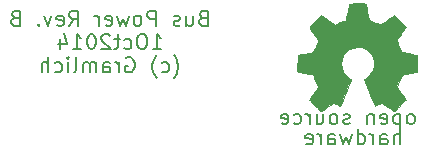
<source format=gbo>
%FSLAX36Y36*%
G04 Gerber Fmt 3.6, Leading zero omitted, Abs format (unit inch)*
G04 Created by KiCad (PCBNEW (2014-jul-16 BZR unknown)-product) date Sun 19 Oct 2014 05:14:07 PM PDT*
%MOIN*%
G01*
G04 APERTURE LIST*
%ADD10C,0.003937*%
%ADD11C,0.008000*%
%ADD12C,0.000100*%
G04 APERTURE END LIST*
D10*
D11*
X4834524Y-4593429D02*
X4827381Y-4595810D01*
X4825000Y-4598190D01*
X4822619Y-4602952D01*
X4822619Y-4610095D01*
X4825000Y-4614857D01*
X4827381Y-4617238D01*
X4832143Y-4619619D01*
X4851190Y-4619619D01*
X4851190Y-4569619D01*
X4834524Y-4569619D01*
X4829762Y-4572000D01*
X4827381Y-4574381D01*
X4825000Y-4579143D01*
X4825000Y-4583905D01*
X4827381Y-4588667D01*
X4829762Y-4591048D01*
X4834524Y-4593429D01*
X4851190Y-4593429D01*
X4779762Y-4586286D02*
X4779762Y-4619619D01*
X4801190Y-4586286D02*
X4801190Y-4612476D01*
X4798809Y-4617238D01*
X4794048Y-4619619D01*
X4786905Y-4619619D01*
X4782143Y-4617238D01*
X4779762Y-4614857D01*
X4758333Y-4617238D02*
X4753571Y-4619619D01*
X4744048Y-4619619D01*
X4739286Y-4617238D01*
X4736905Y-4612476D01*
X4736905Y-4610095D01*
X4739286Y-4605333D01*
X4744048Y-4602952D01*
X4751190Y-4602952D01*
X4755952Y-4600571D01*
X4758333Y-4595810D01*
X4758333Y-4593429D01*
X4755952Y-4588667D01*
X4751190Y-4586286D01*
X4744048Y-4586286D01*
X4739286Y-4588667D01*
X4677381Y-4619619D02*
X4677381Y-4569619D01*
X4658333Y-4569619D01*
X4653571Y-4572000D01*
X4651190Y-4574381D01*
X4648809Y-4579143D01*
X4648809Y-4586286D01*
X4651190Y-4591048D01*
X4653571Y-4593429D01*
X4658333Y-4595810D01*
X4677381Y-4595810D01*
X4620238Y-4619619D02*
X4625000Y-4617238D01*
X4627381Y-4614857D01*
X4629762Y-4610095D01*
X4629762Y-4595810D01*
X4627381Y-4591048D01*
X4625000Y-4588667D01*
X4620238Y-4586286D01*
X4613095Y-4586286D01*
X4608333Y-4588667D01*
X4605952Y-4591048D01*
X4603571Y-4595810D01*
X4603571Y-4610095D01*
X4605952Y-4614857D01*
X4608333Y-4617238D01*
X4613095Y-4619619D01*
X4620238Y-4619619D01*
X4586905Y-4586286D02*
X4577381Y-4619619D01*
X4567857Y-4595810D01*
X4558333Y-4619619D01*
X4548809Y-4586286D01*
X4510714Y-4617238D02*
X4515476Y-4619619D01*
X4525000Y-4619619D01*
X4529762Y-4617238D01*
X4532143Y-4612476D01*
X4532143Y-4593429D01*
X4529762Y-4588667D01*
X4525000Y-4586286D01*
X4515476Y-4586286D01*
X4510714Y-4588667D01*
X4508333Y-4593429D01*
X4508333Y-4598190D01*
X4532143Y-4602952D01*
X4486905Y-4619619D02*
X4486905Y-4586286D01*
X4486905Y-4595810D02*
X4484524Y-4591048D01*
X4482143Y-4588667D01*
X4477381Y-4586286D01*
X4472619Y-4586286D01*
X4389286Y-4619619D02*
X4405952Y-4595810D01*
X4417857Y-4619619D02*
X4417857Y-4569619D01*
X4398810Y-4569619D01*
X4394048Y-4572000D01*
X4391667Y-4574381D01*
X4389286Y-4579143D01*
X4389286Y-4586286D01*
X4391667Y-4591048D01*
X4394048Y-4593429D01*
X4398810Y-4595810D01*
X4417857Y-4595810D01*
X4348810Y-4617238D02*
X4353571Y-4619619D01*
X4363095Y-4619619D01*
X4367857Y-4617238D01*
X4370238Y-4612476D01*
X4370238Y-4593429D01*
X4367857Y-4588667D01*
X4363095Y-4586286D01*
X4353571Y-4586286D01*
X4348810Y-4588667D01*
X4346429Y-4593429D01*
X4346429Y-4598190D01*
X4370238Y-4602952D01*
X4329762Y-4586286D02*
X4317857Y-4619619D01*
X4305952Y-4586286D01*
X4286905Y-4614857D02*
X4284524Y-4617238D01*
X4286905Y-4619619D01*
X4289286Y-4617238D01*
X4286905Y-4614857D01*
X4286905Y-4619619D01*
X4208333Y-4593429D02*
X4201190Y-4595810D01*
X4198810Y-4598190D01*
X4196429Y-4602952D01*
X4196429Y-4610095D01*
X4198810Y-4614857D01*
X4201190Y-4617238D01*
X4205952Y-4619619D01*
X4225000Y-4619619D01*
X4225000Y-4569619D01*
X4208333Y-4569619D01*
X4203571Y-4572000D01*
X4201190Y-4574381D01*
X4198810Y-4579143D01*
X4198810Y-4583905D01*
X4201190Y-4588667D01*
X4203571Y-4591048D01*
X4208333Y-4593429D01*
X4225000Y-4593429D01*
X4667857Y-4697619D02*
X4696429Y-4697619D01*
X4682143Y-4697619D02*
X4682143Y-4647619D01*
X4686905Y-4654762D01*
X4691667Y-4659524D01*
X4696429Y-4661905D01*
X4636905Y-4647619D02*
X4627381Y-4647619D01*
X4622619Y-4650000D01*
X4617857Y-4654762D01*
X4615476Y-4664286D01*
X4615476Y-4680952D01*
X4617857Y-4690476D01*
X4622619Y-4695238D01*
X4627381Y-4697619D01*
X4636905Y-4697619D01*
X4641667Y-4695238D01*
X4646429Y-4690476D01*
X4648809Y-4680952D01*
X4648809Y-4664286D01*
X4646429Y-4654762D01*
X4641667Y-4650000D01*
X4636905Y-4647619D01*
X4572619Y-4695238D02*
X4577381Y-4697619D01*
X4586905Y-4697619D01*
X4591667Y-4695238D01*
X4594048Y-4692857D01*
X4596429Y-4688095D01*
X4596429Y-4673810D01*
X4594048Y-4669048D01*
X4591667Y-4666667D01*
X4586905Y-4664286D01*
X4577381Y-4664286D01*
X4572619Y-4666667D01*
X4558333Y-4664286D02*
X4539286Y-4664286D01*
X4551190Y-4647619D02*
X4551190Y-4690476D01*
X4548810Y-4695238D01*
X4544048Y-4697619D01*
X4539286Y-4697619D01*
X4525000Y-4652381D02*
X4522619Y-4650000D01*
X4517857Y-4647619D01*
X4505952Y-4647619D01*
X4501190Y-4650000D01*
X4498810Y-4652381D01*
X4496429Y-4657143D01*
X4496429Y-4661905D01*
X4498810Y-4669048D01*
X4527381Y-4697619D01*
X4496429Y-4697619D01*
X4465476Y-4647619D02*
X4460714Y-4647619D01*
X4455952Y-4650000D01*
X4453571Y-4652381D01*
X4451190Y-4657143D01*
X4448810Y-4666667D01*
X4448810Y-4678571D01*
X4451190Y-4688095D01*
X4453571Y-4692857D01*
X4455952Y-4695238D01*
X4460714Y-4697619D01*
X4465476Y-4697619D01*
X4470238Y-4695238D01*
X4472619Y-4692857D01*
X4475000Y-4688095D01*
X4477381Y-4678571D01*
X4477381Y-4666667D01*
X4475000Y-4657143D01*
X4472619Y-4652381D01*
X4470238Y-4650000D01*
X4465476Y-4647619D01*
X4401190Y-4697619D02*
X4429762Y-4697619D01*
X4415476Y-4697619D02*
X4415476Y-4647619D01*
X4420238Y-4654762D01*
X4425000Y-4659524D01*
X4429762Y-4661905D01*
X4358333Y-4664286D02*
X4358333Y-4697619D01*
X4370238Y-4645238D02*
X4382143Y-4680952D01*
X4351190Y-4680952D01*
X4738095Y-4794667D02*
X4740476Y-4792286D01*
X4745238Y-4785143D01*
X4747619Y-4780381D01*
X4750000Y-4773238D01*
X4752381Y-4761333D01*
X4752381Y-4751810D01*
X4750000Y-4739905D01*
X4747619Y-4732762D01*
X4745238Y-4728000D01*
X4740476Y-4720857D01*
X4738095Y-4718476D01*
X4697619Y-4773238D02*
X4702381Y-4775619D01*
X4711905Y-4775619D01*
X4716667Y-4773238D01*
X4719048Y-4770857D01*
X4721429Y-4766095D01*
X4721429Y-4751810D01*
X4719048Y-4747048D01*
X4716667Y-4744667D01*
X4711905Y-4742286D01*
X4702381Y-4742286D01*
X4697619Y-4744667D01*
X4680952Y-4794667D02*
X4678571Y-4792286D01*
X4673810Y-4785143D01*
X4671429Y-4780381D01*
X4669048Y-4773238D01*
X4666667Y-4761333D01*
X4666667Y-4751810D01*
X4669048Y-4739905D01*
X4671429Y-4732762D01*
X4673810Y-4728000D01*
X4678571Y-4720857D01*
X4680952Y-4718476D01*
X4578571Y-4728000D02*
X4583333Y-4725619D01*
X4590476Y-4725619D01*
X4597619Y-4728000D01*
X4602381Y-4732762D01*
X4604762Y-4737524D01*
X4607143Y-4747048D01*
X4607143Y-4754190D01*
X4604762Y-4763714D01*
X4602381Y-4768476D01*
X4597619Y-4773238D01*
X4590476Y-4775619D01*
X4585714Y-4775619D01*
X4578571Y-4773238D01*
X4576190Y-4770857D01*
X4576190Y-4754190D01*
X4585714Y-4754190D01*
X4554762Y-4775619D02*
X4554762Y-4742286D01*
X4554762Y-4751810D02*
X4552381Y-4747048D01*
X4550000Y-4744667D01*
X4545238Y-4742286D01*
X4540476Y-4742286D01*
X4502381Y-4775619D02*
X4502381Y-4749429D01*
X4504762Y-4744667D01*
X4509524Y-4742286D01*
X4519048Y-4742286D01*
X4523810Y-4744667D01*
X4502381Y-4773238D02*
X4507143Y-4775619D01*
X4519048Y-4775619D01*
X4523810Y-4773238D01*
X4526190Y-4768476D01*
X4526190Y-4763714D01*
X4523810Y-4758952D01*
X4519048Y-4756571D01*
X4507143Y-4756571D01*
X4502381Y-4754190D01*
X4478571Y-4775619D02*
X4478571Y-4742286D01*
X4478571Y-4747048D02*
X4476190Y-4744667D01*
X4471429Y-4742286D01*
X4464286Y-4742286D01*
X4459524Y-4744667D01*
X4457143Y-4749429D01*
X4457143Y-4775619D01*
X4457143Y-4749429D02*
X4454762Y-4744667D01*
X4450000Y-4742286D01*
X4442857Y-4742286D01*
X4438095Y-4744667D01*
X4435714Y-4749429D01*
X4435714Y-4775619D01*
X4404762Y-4775619D02*
X4409524Y-4773238D01*
X4411905Y-4768476D01*
X4411905Y-4725619D01*
X4385714Y-4775619D02*
X4385714Y-4742286D01*
X4385714Y-4725619D02*
X4388095Y-4728000D01*
X4385714Y-4730381D01*
X4383333Y-4728000D01*
X4385714Y-4725619D01*
X4385714Y-4730381D01*
X4340476Y-4773238D02*
X4345238Y-4775619D01*
X4354762Y-4775619D01*
X4359524Y-4773238D01*
X4361905Y-4770857D01*
X4364286Y-4766095D01*
X4364286Y-4751810D01*
X4361905Y-4747048D01*
X4359524Y-4744667D01*
X4354762Y-4742286D01*
X4345238Y-4742286D01*
X4340476Y-4744667D01*
X4319048Y-4775619D02*
X4319048Y-4725619D01*
X4297619Y-4775619D02*
X4297619Y-4749429D01*
X4300000Y-4744667D01*
X4304762Y-4742286D01*
X4311905Y-4742286D01*
X4316667Y-4744667D01*
X4319048Y-4747048D01*
X5493095Y-5014819D02*
X5493095Y-4964819D01*
X5471667Y-5014819D02*
X5471667Y-4988629D01*
X5474048Y-4983867D01*
X5478810Y-4981486D01*
X5485952Y-4981486D01*
X5490714Y-4983867D01*
X5493095Y-4986248D01*
X5426429Y-5014819D02*
X5426429Y-4988629D01*
X5428810Y-4983867D01*
X5433571Y-4981486D01*
X5443095Y-4981486D01*
X5447857Y-4983867D01*
X5426429Y-5012438D02*
X5431190Y-5014819D01*
X5443095Y-5014819D01*
X5447857Y-5012438D01*
X5450238Y-5007676D01*
X5450238Y-5002914D01*
X5447857Y-4998152D01*
X5443095Y-4995771D01*
X5431190Y-4995771D01*
X5426429Y-4993390D01*
X5402619Y-5014819D02*
X5402619Y-4981486D01*
X5402619Y-4991010D02*
X5400238Y-4986248D01*
X5397857Y-4983867D01*
X5393095Y-4981486D01*
X5388333Y-4981486D01*
X5350238Y-5014819D02*
X5350238Y-4964819D01*
X5350238Y-5012438D02*
X5355000Y-5014819D01*
X5364524Y-5014819D01*
X5369286Y-5012438D01*
X5371667Y-5010057D01*
X5374048Y-5005295D01*
X5374048Y-4991010D01*
X5371667Y-4986248D01*
X5369286Y-4983867D01*
X5364524Y-4981486D01*
X5355000Y-4981486D01*
X5350238Y-4983867D01*
X5331190Y-4981486D02*
X5321667Y-5014819D01*
X5312143Y-4991010D01*
X5302619Y-5014819D01*
X5293095Y-4981486D01*
X5252619Y-5014819D02*
X5252619Y-4988629D01*
X5255000Y-4983867D01*
X5259762Y-4981486D01*
X5269286Y-4981486D01*
X5274048Y-4983867D01*
X5252619Y-5012438D02*
X5257381Y-5014819D01*
X5269286Y-5014819D01*
X5274048Y-5012438D01*
X5276429Y-5007676D01*
X5276429Y-5002914D01*
X5274048Y-4998152D01*
X5269286Y-4995771D01*
X5257381Y-4995771D01*
X5252619Y-4993390D01*
X5228809Y-5014819D02*
X5228809Y-4981486D01*
X5228809Y-4991010D02*
X5226429Y-4986248D01*
X5224048Y-4983867D01*
X5219286Y-4981486D01*
X5214524Y-4981486D01*
X5178810Y-5012438D02*
X5183571Y-5014819D01*
X5193095Y-5014819D01*
X5197857Y-5012438D01*
X5200238Y-5007676D01*
X5200238Y-4988629D01*
X5197857Y-4983867D01*
X5193095Y-4981486D01*
X5183571Y-4981486D01*
X5178810Y-4983867D01*
X5176429Y-4988629D01*
X5176429Y-4993390D01*
X5200238Y-4998152D01*
X5530952Y-4947619D02*
X5535714Y-4945238D01*
X5538095Y-4942857D01*
X5540476Y-4938095D01*
X5540476Y-4923810D01*
X5538095Y-4919048D01*
X5535714Y-4916667D01*
X5530952Y-4914286D01*
X5523810Y-4914286D01*
X5519048Y-4916667D01*
X5516667Y-4919048D01*
X5514286Y-4923810D01*
X5514286Y-4938095D01*
X5516667Y-4942857D01*
X5519048Y-4945238D01*
X5523810Y-4947619D01*
X5530952Y-4947619D01*
X5492857Y-4914286D02*
X5492857Y-4964286D01*
X5492857Y-4916667D02*
X5488095Y-4914286D01*
X5478571Y-4914286D01*
X5473810Y-4916667D01*
X5471429Y-4919048D01*
X5469048Y-4923810D01*
X5469048Y-4938095D01*
X5471429Y-4942857D01*
X5473810Y-4945238D01*
X5478571Y-4947619D01*
X5488095Y-4947619D01*
X5492857Y-4945238D01*
X5428571Y-4945238D02*
X5433333Y-4947619D01*
X5442857Y-4947619D01*
X5447619Y-4945238D01*
X5450000Y-4940476D01*
X5450000Y-4921429D01*
X5447619Y-4916667D01*
X5442857Y-4914286D01*
X5433333Y-4914286D01*
X5428571Y-4916667D01*
X5426190Y-4921429D01*
X5426190Y-4926190D01*
X5450000Y-4930952D01*
X5404762Y-4914286D02*
X5404762Y-4947619D01*
X5404762Y-4919048D02*
X5402381Y-4916667D01*
X5397619Y-4914286D01*
X5390476Y-4914286D01*
X5385714Y-4916667D01*
X5383333Y-4921429D01*
X5383333Y-4947619D01*
X5323809Y-4945238D02*
X5319048Y-4947619D01*
X5309524Y-4947619D01*
X5304762Y-4945238D01*
X5302381Y-4940476D01*
X5302381Y-4938095D01*
X5304762Y-4933333D01*
X5309524Y-4930952D01*
X5316667Y-4930952D01*
X5321429Y-4928571D01*
X5323809Y-4923810D01*
X5323809Y-4921429D01*
X5321429Y-4916667D01*
X5316667Y-4914286D01*
X5309524Y-4914286D01*
X5304762Y-4916667D01*
X5273809Y-4947619D02*
X5278571Y-4945238D01*
X5280952Y-4942857D01*
X5283333Y-4938095D01*
X5283333Y-4923810D01*
X5280952Y-4919048D01*
X5278571Y-4916667D01*
X5273809Y-4914286D01*
X5266667Y-4914286D01*
X5261905Y-4916667D01*
X5259524Y-4919048D01*
X5257143Y-4923810D01*
X5257143Y-4938095D01*
X5259524Y-4942857D01*
X5261905Y-4945238D01*
X5266667Y-4947619D01*
X5273809Y-4947619D01*
X5214286Y-4914286D02*
X5214286Y-4947619D01*
X5235714Y-4914286D02*
X5235714Y-4940476D01*
X5233333Y-4945238D01*
X5228571Y-4947619D01*
X5221429Y-4947619D01*
X5216667Y-4945238D01*
X5214286Y-4942857D01*
X5190476Y-4947619D02*
X5190476Y-4914286D01*
X5190476Y-4923810D02*
X5188095Y-4919048D01*
X5185714Y-4916667D01*
X5180952Y-4914286D01*
X5176190Y-4914286D01*
X5138095Y-4945238D02*
X5142857Y-4947619D01*
X5152381Y-4947619D01*
X5157143Y-4945238D01*
X5159524Y-4942857D01*
X5161905Y-4938095D01*
X5161905Y-4923810D01*
X5159524Y-4919048D01*
X5157143Y-4916667D01*
X5152381Y-4914286D01*
X5142857Y-4914286D01*
X5138095Y-4916667D01*
X5097619Y-4945238D02*
X5102381Y-4947619D01*
X5111905Y-4947619D01*
X5116667Y-4945238D01*
X5119048Y-4940476D01*
X5119048Y-4921429D01*
X5116667Y-4916667D01*
X5111905Y-4914286D01*
X5102381Y-4914286D01*
X5097619Y-4916667D01*
X5095238Y-4921429D01*
X5095238Y-4926190D01*
X5119048Y-4930952D01*
D12*
G36*
X5228800Y-4904600D02*
X5230900Y-4903600D01*
X5235600Y-4900600D01*
X5242200Y-4896200D01*
X5250100Y-4890900D01*
X5258000Y-4885600D01*
X5264600Y-4881200D01*
X5269100Y-4878300D01*
X5271000Y-4877200D01*
X5272000Y-4877600D01*
X5275800Y-4879400D01*
X5281300Y-4882300D01*
X5284400Y-4883900D01*
X5289500Y-4886100D01*
X5291900Y-4886500D01*
X5292400Y-4885800D01*
X5294200Y-4882000D01*
X5297100Y-4875400D01*
X5300900Y-4866800D01*
X5305200Y-4856600D01*
X5309800Y-4845700D01*
X5314500Y-4834500D01*
X5318900Y-4823800D01*
X5322800Y-4814300D01*
X5325900Y-4806500D01*
X5328000Y-4801100D01*
X5328800Y-4798700D01*
X5328500Y-4798300D01*
X5326000Y-4795800D01*
X5321600Y-4792500D01*
X5312200Y-4784900D01*
X5302800Y-4773200D01*
X5297100Y-4759900D01*
X5295300Y-4745200D01*
X5296900Y-4731600D01*
X5302200Y-4718500D01*
X5311400Y-4706700D01*
X5322500Y-4697900D01*
X5335400Y-4692400D01*
X5350000Y-4690600D01*
X5363900Y-4692200D01*
X5377300Y-4697400D01*
X5389100Y-4706400D01*
X5394100Y-4712200D01*
X5401000Y-4724100D01*
X5404900Y-4736900D01*
X5405300Y-4740200D01*
X5404700Y-4754200D01*
X5400600Y-4767700D01*
X5393100Y-4779700D01*
X5382800Y-4789600D01*
X5381600Y-4790500D01*
X5376800Y-4794100D01*
X5373600Y-4796500D01*
X5371100Y-4798600D01*
X5389000Y-4841600D01*
X5391800Y-4848500D01*
X5396700Y-4860200D01*
X5401100Y-4870400D01*
X5404500Y-4878500D01*
X5406900Y-4883800D01*
X5407900Y-4886000D01*
X5408100Y-4886100D01*
X5409600Y-4886400D01*
X5412900Y-4885200D01*
X5418900Y-4882300D01*
X5422900Y-4880300D01*
X5427500Y-4878100D01*
X5429500Y-4877200D01*
X5431200Y-4878200D01*
X5435700Y-4881000D01*
X5442100Y-4885300D01*
X5449800Y-4890500D01*
X5457100Y-4895500D01*
X5463800Y-4900000D01*
X5468800Y-4903100D01*
X5471100Y-4904400D01*
X5471500Y-4904400D01*
X5473600Y-4903200D01*
X5477500Y-4900000D01*
X5483400Y-4894400D01*
X5491700Y-4886300D01*
X5492900Y-4885000D01*
X5499700Y-4878100D01*
X5505300Y-4872200D01*
X5509000Y-4868100D01*
X5510300Y-4866200D01*
X5510300Y-4866200D01*
X5509100Y-4863900D01*
X5506000Y-4859000D01*
X5501500Y-4852100D01*
X5496100Y-4844100D01*
X5481800Y-4823400D01*
X5489700Y-4803900D01*
X5492100Y-4797900D01*
X5495100Y-4790600D01*
X5497400Y-4785400D01*
X5498600Y-4783200D01*
X5500700Y-4782400D01*
X5506000Y-4781100D01*
X5513800Y-4779500D01*
X5523000Y-4777800D01*
X5531800Y-4776200D01*
X5539800Y-4774700D01*
X5545600Y-4773600D01*
X5548200Y-4773000D01*
X5548800Y-4772700D01*
X5549300Y-4771400D01*
X5549600Y-4768700D01*
X5549800Y-4763900D01*
X5549900Y-4756300D01*
X5549900Y-4745200D01*
X5549900Y-4744000D01*
X5549800Y-4733500D01*
X5549700Y-4725100D01*
X5549400Y-4719700D01*
X5549000Y-4717500D01*
X5549000Y-4717500D01*
X5546500Y-4716900D01*
X5540900Y-4715700D01*
X5532900Y-4714100D01*
X5523400Y-4712300D01*
X5522800Y-4712200D01*
X5513400Y-4710400D01*
X5505400Y-4708700D01*
X5499900Y-4707400D01*
X5497500Y-4706700D01*
X5497100Y-4706000D01*
X5495100Y-4702400D01*
X5492400Y-4696500D01*
X5489300Y-4689300D01*
X5486200Y-4681900D01*
X5483500Y-4675200D01*
X5481700Y-4670200D01*
X5481200Y-4668000D01*
X5481200Y-4667900D01*
X5482700Y-4665600D01*
X5485900Y-4660800D01*
X5490500Y-4653900D01*
X5496000Y-4645900D01*
X5496500Y-4645300D01*
X5501900Y-4637300D01*
X5506300Y-4630500D01*
X5509200Y-4625700D01*
X5510300Y-4623500D01*
X5510300Y-4623400D01*
X5508500Y-4621000D01*
X5504400Y-4616500D01*
X5498600Y-4610400D01*
X5491600Y-4603300D01*
X5489400Y-4601100D01*
X5481600Y-4593500D01*
X5476200Y-4588600D01*
X5472800Y-4585900D01*
X5471200Y-4585300D01*
X5471200Y-4585400D01*
X5468800Y-4586800D01*
X5463700Y-4590100D01*
X5456900Y-4594800D01*
X5448800Y-4600300D01*
X5448200Y-4600700D01*
X5440200Y-4606100D01*
X5433500Y-4610600D01*
X5428800Y-4613700D01*
X5426700Y-4615000D01*
X5426400Y-4615000D01*
X5423100Y-4614000D01*
X5417400Y-4612000D01*
X5410400Y-4609300D01*
X5403000Y-4606400D01*
X5396300Y-4603500D01*
X5391300Y-4601200D01*
X5388900Y-4599900D01*
X5388800Y-4599700D01*
X5388000Y-4596900D01*
X5386600Y-4590900D01*
X5384900Y-4582700D01*
X5383100Y-4572900D01*
X5382800Y-4571300D01*
X5381000Y-4561800D01*
X5379400Y-4553900D01*
X5378300Y-4548500D01*
X5377800Y-4546200D01*
X5376400Y-4545900D01*
X5371700Y-4545600D01*
X5364600Y-4545400D01*
X5356000Y-4545300D01*
X5347000Y-4545400D01*
X5338100Y-4545500D01*
X5330600Y-4545800D01*
X5325200Y-4546200D01*
X5322900Y-4546600D01*
X5322900Y-4546800D01*
X5322000Y-4549700D01*
X5320700Y-4555700D01*
X5319000Y-4564000D01*
X5317200Y-4573800D01*
X5316800Y-4575500D01*
X5315000Y-4585000D01*
X5313400Y-4592800D01*
X5312300Y-4598200D01*
X5311700Y-4600300D01*
X5310800Y-4600800D01*
X5306900Y-4602500D01*
X5300500Y-4605100D01*
X5292600Y-4608300D01*
X5274300Y-4615700D01*
X5251900Y-4600300D01*
X5249800Y-4598900D01*
X5241700Y-4593400D01*
X5235100Y-4589000D01*
X5230500Y-4586000D01*
X5228600Y-4584900D01*
X5228400Y-4585000D01*
X5226200Y-4587000D01*
X5221700Y-4591200D01*
X5215700Y-4597100D01*
X5208600Y-4604100D01*
X5203400Y-4609300D01*
X5197200Y-4615600D01*
X5193300Y-4619900D01*
X5191100Y-4622600D01*
X5190400Y-4624200D01*
X5190500Y-4625300D01*
X5192000Y-4627600D01*
X5195300Y-4632600D01*
X5199900Y-4639400D01*
X5205400Y-4647300D01*
X5209900Y-4653900D01*
X5214800Y-4661500D01*
X5217900Y-4666900D01*
X5219000Y-4669500D01*
X5218700Y-4670600D01*
X5217200Y-4675000D01*
X5214500Y-4681600D01*
X5211100Y-4689500D01*
X5203300Y-4707300D01*
X5191700Y-4709500D01*
X5184600Y-4710900D01*
X5174800Y-4712800D01*
X5165300Y-4714600D01*
X5150600Y-4717500D01*
X5150000Y-4771700D01*
X5152300Y-4772600D01*
X5154500Y-4773200D01*
X5160000Y-4774400D01*
X5167800Y-4776000D01*
X5177000Y-4777700D01*
X5184800Y-4779200D01*
X5192700Y-4780700D01*
X5198400Y-4781800D01*
X5200900Y-4782300D01*
X5201500Y-4783200D01*
X5203500Y-4787000D01*
X5206300Y-4793100D01*
X5209500Y-4800400D01*
X5212600Y-4808000D01*
X5215400Y-4815000D01*
X5217300Y-4820300D01*
X5218100Y-4823100D01*
X5217000Y-4825200D01*
X5214000Y-4829800D01*
X5209600Y-4836400D01*
X5204300Y-4844300D01*
X5198900Y-4852100D01*
X5194400Y-4858800D01*
X5191200Y-4863700D01*
X5189900Y-4865900D01*
X5190500Y-4867400D01*
X5193700Y-4871200D01*
X5199600Y-4877300D01*
X5208400Y-4886000D01*
X5209900Y-4887400D01*
X5216900Y-4894200D01*
X5222800Y-4899600D01*
X5226900Y-4903300D01*
X5228800Y-4904600D01*
X5228800Y-4904600D01*
G37*
X5228800Y-4904600D02*
X5230900Y-4903600D01*
X5235600Y-4900600D01*
X5242200Y-4896200D01*
X5250100Y-4890900D01*
X5258000Y-4885600D01*
X5264600Y-4881200D01*
X5269100Y-4878300D01*
X5271000Y-4877200D01*
X5272000Y-4877600D01*
X5275800Y-4879400D01*
X5281300Y-4882300D01*
X5284400Y-4883900D01*
X5289500Y-4886100D01*
X5291900Y-4886500D01*
X5292400Y-4885800D01*
X5294200Y-4882000D01*
X5297100Y-4875400D01*
X5300900Y-4866800D01*
X5305200Y-4856600D01*
X5309800Y-4845700D01*
X5314500Y-4834500D01*
X5318900Y-4823800D01*
X5322800Y-4814300D01*
X5325900Y-4806500D01*
X5328000Y-4801100D01*
X5328800Y-4798700D01*
X5328500Y-4798300D01*
X5326000Y-4795800D01*
X5321600Y-4792500D01*
X5312200Y-4784900D01*
X5302800Y-4773200D01*
X5297100Y-4759900D01*
X5295300Y-4745200D01*
X5296900Y-4731600D01*
X5302200Y-4718500D01*
X5311400Y-4706700D01*
X5322500Y-4697900D01*
X5335400Y-4692400D01*
X5350000Y-4690600D01*
X5363900Y-4692200D01*
X5377300Y-4697400D01*
X5389100Y-4706400D01*
X5394100Y-4712200D01*
X5401000Y-4724100D01*
X5404900Y-4736900D01*
X5405300Y-4740200D01*
X5404700Y-4754200D01*
X5400600Y-4767700D01*
X5393100Y-4779700D01*
X5382800Y-4789600D01*
X5381600Y-4790500D01*
X5376800Y-4794100D01*
X5373600Y-4796500D01*
X5371100Y-4798600D01*
X5389000Y-4841600D01*
X5391800Y-4848500D01*
X5396700Y-4860200D01*
X5401100Y-4870400D01*
X5404500Y-4878500D01*
X5406900Y-4883800D01*
X5407900Y-4886000D01*
X5408100Y-4886100D01*
X5409600Y-4886400D01*
X5412900Y-4885200D01*
X5418900Y-4882300D01*
X5422900Y-4880300D01*
X5427500Y-4878100D01*
X5429500Y-4877200D01*
X5431200Y-4878200D01*
X5435700Y-4881000D01*
X5442100Y-4885300D01*
X5449800Y-4890500D01*
X5457100Y-4895500D01*
X5463800Y-4900000D01*
X5468800Y-4903100D01*
X5471100Y-4904400D01*
X5471500Y-4904400D01*
X5473600Y-4903200D01*
X5477500Y-4900000D01*
X5483400Y-4894400D01*
X5491700Y-4886300D01*
X5492900Y-4885000D01*
X5499700Y-4878100D01*
X5505300Y-4872200D01*
X5509000Y-4868100D01*
X5510300Y-4866200D01*
X5510300Y-4866200D01*
X5509100Y-4863900D01*
X5506000Y-4859000D01*
X5501500Y-4852100D01*
X5496100Y-4844100D01*
X5481800Y-4823400D01*
X5489700Y-4803900D01*
X5492100Y-4797900D01*
X5495100Y-4790600D01*
X5497400Y-4785400D01*
X5498600Y-4783200D01*
X5500700Y-4782400D01*
X5506000Y-4781100D01*
X5513800Y-4779500D01*
X5523000Y-4777800D01*
X5531800Y-4776200D01*
X5539800Y-4774700D01*
X5545600Y-4773600D01*
X5548200Y-4773000D01*
X5548800Y-4772700D01*
X5549300Y-4771400D01*
X5549600Y-4768700D01*
X5549800Y-4763900D01*
X5549900Y-4756300D01*
X5549900Y-4745200D01*
X5549900Y-4744000D01*
X5549800Y-4733500D01*
X5549700Y-4725100D01*
X5549400Y-4719700D01*
X5549000Y-4717500D01*
X5549000Y-4717500D01*
X5546500Y-4716900D01*
X5540900Y-4715700D01*
X5532900Y-4714100D01*
X5523400Y-4712300D01*
X5522800Y-4712200D01*
X5513400Y-4710400D01*
X5505400Y-4708700D01*
X5499900Y-4707400D01*
X5497500Y-4706700D01*
X5497100Y-4706000D01*
X5495100Y-4702400D01*
X5492400Y-4696500D01*
X5489300Y-4689300D01*
X5486200Y-4681900D01*
X5483500Y-4675200D01*
X5481700Y-4670200D01*
X5481200Y-4668000D01*
X5481200Y-4667900D01*
X5482700Y-4665600D01*
X5485900Y-4660800D01*
X5490500Y-4653900D01*
X5496000Y-4645900D01*
X5496500Y-4645300D01*
X5501900Y-4637300D01*
X5506300Y-4630500D01*
X5509200Y-4625700D01*
X5510300Y-4623500D01*
X5510300Y-4623400D01*
X5508500Y-4621000D01*
X5504400Y-4616500D01*
X5498600Y-4610400D01*
X5491600Y-4603300D01*
X5489400Y-4601100D01*
X5481600Y-4593500D01*
X5476200Y-4588600D01*
X5472800Y-4585900D01*
X5471200Y-4585300D01*
X5471200Y-4585400D01*
X5468800Y-4586800D01*
X5463700Y-4590100D01*
X5456900Y-4594800D01*
X5448800Y-4600300D01*
X5448200Y-4600700D01*
X5440200Y-4606100D01*
X5433500Y-4610600D01*
X5428800Y-4613700D01*
X5426700Y-4615000D01*
X5426400Y-4615000D01*
X5423100Y-4614000D01*
X5417400Y-4612000D01*
X5410400Y-4609300D01*
X5403000Y-4606400D01*
X5396300Y-4603500D01*
X5391300Y-4601200D01*
X5388900Y-4599900D01*
X5388800Y-4599700D01*
X5388000Y-4596900D01*
X5386600Y-4590900D01*
X5384900Y-4582700D01*
X5383100Y-4572900D01*
X5382800Y-4571300D01*
X5381000Y-4561800D01*
X5379400Y-4553900D01*
X5378300Y-4548500D01*
X5377800Y-4546200D01*
X5376400Y-4545900D01*
X5371700Y-4545600D01*
X5364600Y-4545400D01*
X5356000Y-4545300D01*
X5347000Y-4545400D01*
X5338100Y-4545500D01*
X5330600Y-4545800D01*
X5325200Y-4546200D01*
X5322900Y-4546600D01*
X5322900Y-4546800D01*
X5322000Y-4549700D01*
X5320700Y-4555700D01*
X5319000Y-4564000D01*
X5317200Y-4573800D01*
X5316800Y-4575500D01*
X5315000Y-4585000D01*
X5313400Y-4592800D01*
X5312300Y-4598200D01*
X5311700Y-4600300D01*
X5310800Y-4600800D01*
X5306900Y-4602500D01*
X5300500Y-4605100D01*
X5292600Y-4608300D01*
X5274300Y-4615700D01*
X5251900Y-4600300D01*
X5249800Y-4598900D01*
X5241700Y-4593400D01*
X5235100Y-4589000D01*
X5230500Y-4586000D01*
X5228600Y-4584900D01*
X5228400Y-4585000D01*
X5226200Y-4587000D01*
X5221700Y-4591200D01*
X5215700Y-4597100D01*
X5208600Y-4604100D01*
X5203400Y-4609300D01*
X5197200Y-4615600D01*
X5193300Y-4619900D01*
X5191100Y-4622600D01*
X5190400Y-4624200D01*
X5190500Y-4625300D01*
X5192000Y-4627600D01*
X5195300Y-4632600D01*
X5199900Y-4639400D01*
X5205400Y-4647300D01*
X5209900Y-4653900D01*
X5214800Y-4661500D01*
X5217900Y-4666900D01*
X5219000Y-4669500D01*
X5218700Y-4670600D01*
X5217200Y-4675000D01*
X5214500Y-4681600D01*
X5211100Y-4689500D01*
X5203300Y-4707300D01*
X5191700Y-4709500D01*
X5184600Y-4710900D01*
X5174800Y-4712800D01*
X5165300Y-4714600D01*
X5150600Y-4717500D01*
X5150000Y-4771700D01*
X5152300Y-4772600D01*
X5154500Y-4773200D01*
X5160000Y-4774400D01*
X5167800Y-4776000D01*
X5177000Y-4777700D01*
X5184800Y-4779200D01*
X5192700Y-4780700D01*
X5198400Y-4781800D01*
X5200900Y-4782300D01*
X5201500Y-4783200D01*
X5203500Y-4787000D01*
X5206300Y-4793100D01*
X5209500Y-4800400D01*
X5212600Y-4808000D01*
X5215400Y-4815000D01*
X5217300Y-4820300D01*
X5218100Y-4823100D01*
X5217000Y-4825200D01*
X5214000Y-4829800D01*
X5209600Y-4836400D01*
X5204300Y-4844300D01*
X5198900Y-4852100D01*
X5194400Y-4858800D01*
X5191200Y-4863700D01*
X5189900Y-4865900D01*
X5190500Y-4867400D01*
X5193700Y-4871200D01*
X5199600Y-4877300D01*
X5208400Y-4886000D01*
X5209900Y-4887400D01*
X5216900Y-4894200D01*
X5222800Y-4899600D01*
X5226900Y-4903300D01*
X5228800Y-4904600D01*
M02*

</source>
